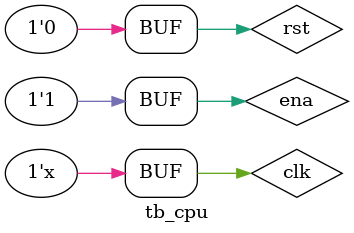
<source format=v>
`timescale 1ns / 1ps


module tb_cpu;
reg clk = 0;
reg rst = 0;
reg ena = 1;

always #10 clk = ~clk;

initial
begin
    #10 rst = 1;
    #10 rst = 0;
end

CPU uut(
    .clk(clk),
    .rst(rst),
    .ena(ena)
    );

endmodule

</source>
